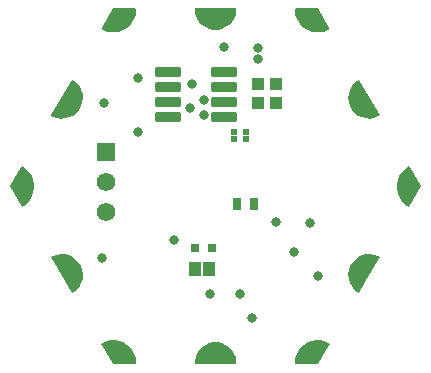
<source format=gts>
G04*
G04 #@! TF.GenerationSoftware,Altium Limited,Altium Designer,25.8.1 (18)*
G04*
G04 Layer_Color=8388736*
%FSLAX44Y44*%
%MOMM*%
G71*
G04*
G04 #@! TF.SameCoordinates,72622D7D-59BA-477E-922F-BDBC8D2A5B01*
G04*
G04*
G04 #@! TF.FilePolarity,Negative*
G04*
G01*
G75*
%ADD24R,0.8000X0.8000*%
%ADD27R,0.7400X0.9900*%
G04:AMPARAMS|DCode=28|XSize=2.234mm|YSize=0.784mm|CornerRadius=0.1455mm|HoleSize=0mm|Usage=FLASHONLY|Rotation=0.000|XOffset=0mm|YOffset=0mm|HoleType=Round|Shape=RoundedRectangle|*
%AMROUNDEDRECTD28*
21,1,2.2340,0.4930,0,0,0.0*
21,1,1.9430,0.7840,0,0,0.0*
1,1,0.2910,0.9715,-0.2465*
1,1,0.2910,-0.9715,-0.2465*
1,1,0.2910,-0.9715,0.2465*
1,1,0.2910,0.9715,0.2465*
%
%ADD28ROUNDEDRECTD28*%
G04:AMPARAMS|DCode=29|XSize=1.2032mm|YSize=1.2032mm|CornerRadius=0.6016mm|HoleSize=0mm|Usage=FLASHONLY|Rotation=120.000|XOffset=0mm|YOffset=0mm|HoleType=Round|Shape=RoundedRectangle|*
%AMROUNDEDRECTD29*
21,1,1.2032,0.0000,0,0,120.0*
21,1,0.0000,1.2032,0,0,120.0*
1,1,1.2032,0.0000,0.0000*
1,1,1.2032,0.0000,0.0000*
1,1,1.2032,0.0000,0.0000*
1,1,1.2032,0.0000,0.0000*
%
%ADD29ROUNDEDRECTD29*%
G04:AMPARAMS|DCode=30|XSize=1.2032mm|YSize=1.2032mm|CornerRadius=0.6016mm|HoleSize=0mm|Usage=FLASHONLY|Rotation=0.000|XOffset=0mm|YOffset=0mm|HoleType=Round|Shape=RoundedRectangle|*
%AMROUNDEDRECTD30*
21,1,1.2032,0.0000,0,0,0.0*
21,1,0.0000,1.2032,0,0,0.0*
1,1,1.2032,0.0000,0.0000*
1,1,1.2032,0.0000,0.0000*
1,1,1.2032,0.0000,0.0000*
1,1,1.2032,0.0000,0.0000*
%
%ADD30ROUNDEDRECTD30*%
G04:AMPARAMS|DCode=31|XSize=1.2032mm|YSize=1.2032mm|CornerRadius=0.6016mm|HoleSize=0mm|Usage=FLASHONLY|Rotation=60.000|XOffset=0mm|YOffset=0mm|HoleType=Round|Shape=RoundedRectangle|*
%AMROUNDEDRECTD31*
21,1,1.2032,0.0000,0,0,60.0*
21,1,0.0000,1.2032,0,0,60.0*
1,1,1.2032,0.0000,0.0000*
1,1,1.2032,0.0000,0.0000*
1,1,1.2032,0.0000,0.0000*
1,1,1.2032,0.0000,0.0000*
%
%ADD31ROUNDEDRECTD31*%
%ADD32R,1.1332X1.0732*%
%ADD33R,0.6032X0.5832*%
%ADD34R,1.0032X1.1532*%
%ADD35C,1.5700*%
%ADD36R,1.5700X1.5700*%
%ADD37C,0.8128*%
G36*
X17444Y150500D02*
X17493D01*
X17544Y148745D01*
X16945Y145287D01*
X15672Y142015D01*
X13774Y139062D01*
X11327Y136544D01*
X8429Y134563D01*
X5196Y133196D01*
X1755Y132499D01*
X-1755D01*
X-5196Y133196D01*
X-8429Y134563D01*
X-11327Y136544D01*
X-13774Y139062D01*
X-15672Y142015D01*
X-16945Y145287D01*
X-16950Y145316D01*
X-16954Y145326D01*
X-17554Y148781D01*
X-17505Y150534D01*
X17443Y150557D01*
X17444Y150500D01*
D02*
G37*
G36*
X86890Y150530D02*
X96320Y134242D01*
X96269Y134211D01*
X96781Y133322D01*
X96738Y133295D01*
X96781Y133221D01*
X96781D01*
X95288Y132310D01*
X92025Y131047D01*
X88590Y130385D01*
X85091Y130344D01*
X81642Y130926D01*
X78350Y132112D01*
X75323Y133865D01*
X72655Y136128D01*
X70432Y138830D01*
X68725Y141884D01*
X67589Y145193D01*
X67059Y148651D01*
X67061Y148737D01*
X67059Y148751D01*
X67106Y150500D01*
X68068D01*
X68069Y150553D01*
Y150553D01*
X86890Y150530D01*
D02*
G37*
G36*
X-68068Y150500D02*
X-67106D01*
X-67059Y148751D01*
X-67062Y148736D01*
X-67059Y148651D01*
X-67589Y145193D01*
X-68726Y141884D01*
X-70432Y138830D01*
X-72655Y136128D01*
X-75323Y133865D01*
X-78351Y132112D01*
X-81642Y130926D01*
X-85092Y130344D01*
X-88590Y130385D01*
X-92025Y131047D01*
X-95288Y132310D01*
X-96781Y133221D01*
X-96739Y133295D01*
X-96781Y133322D01*
X-96269Y134211D01*
X-96320Y134242D01*
Y134242D01*
X-86890Y150530D01*
X-68069Y150553D01*
X-68068Y150500D01*
D02*
G37*
G36*
X139080Y60123D02*
X139037Y60097D01*
X139079Y60023D01*
X137587Y59102D01*
X134297Y57890D01*
X130831Y57355D01*
X127328Y57520D01*
X123928Y58377D01*
X120765Y59892D01*
X117967Y62004D01*
X115644Y64631D01*
X113888Y67667D01*
X112771Y70991D01*
X112336Y74470D01*
X112340Y74534D01*
X112336Y74570D01*
X112600Y78067D01*
X113554Y81442D01*
X115159Y84559D01*
X117351Y87296D01*
X120043Y89544D01*
X121586Y90378D01*
X139080Y60123D01*
D02*
G37*
G36*
X-120043Y89544D02*
X-117351Y87296D01*
X-115159Y84559D01*
X-113554Y81442D01*
X-112600Y78067D01*
X-112336Y74570D01*
X-112341Y74532D01*
X-112336Y74470D01*
X-112771Y70991D01*
X-113889Y67667D01*
X-114774Y66135D01*
X-115661Y64596D01*
X-117981Y61967D01*
X-120777Y59850D01*
X-123938Y58331D01*
X-127337Y57470D01*
X-130839Y57301D01*
X-134306Y57831D01*
X-137598Y59038D01*
X-139091Y59957D01*
X-139091D01*
X-139060Y60011D01*
X-139080Y60023D01*
X-139037Y60097D01*
X-139080Y60123D01*
X-139080D01*
X-121586Y90378D01*
X-120043Y89544D01*
D02*
G37*
G36*
X-162348Y16241D02*
X-159615Y14045D01*
X-157316Y11399D01*
X-155525Y8386D01*
X-154298Y5102D01*
X-153674Y1653D01*
Y-1853D01*
X-154298Y-5303D01*
X-155525Y-8586D01*
X-157316Y-11599D01*
X-159615Y-14246D01*
X-162348Y-16441D01*
X-163888Y-17278D01*
X-173778Y-100D01*
X-173749Y-50D01*
X-173778Y0D01*
X-164387Y16310D01*
X-164343Y16287D01*
X-163888Y17078D01*
X-162348Y16241D01*
D02*
G37*
G36*
X164343Y16287D02*
X164387Y16310D01*
X164387D01*
X173778Y0D01*
X173748Y-50D01*
X173777Y-100D01*
X163887Y-17278D01*
X162347Y-16441D01*
X159614Y-14246D01*
X157316Y-11599D01*
X155524Y-8586D01*
X154297Y-5303D01*
X153674Y-1853D01*
Y1653D01*
X154297Y5102D01*
X155524Y8386D01*
X157316Y11399D01*
X159614Y14045D01*
X162347Y16241D01*
X163887Y17078D01*
X163887D01*
X164343Y16287D01*
D02*
G37*
G36*
X-127329Y-57620D02*
X-123928Y-58477D01*
X-120766Y-59992D01*
X-117967Y-62105D01*
X-115644Y-64731D01*
X-113888Y-67767D01*
X-112771Y-71091D01*
X-112336Y-74571D01*
X-112340Y-74634D01*
X-112336Y-74671D01*
X-112600Y-78168D01*
X-113554Y-81542D01*
X-115159Y-84660D01*
X-117351Y-87397D01*
X-120043Y-89644D01*
X-121586Y-90478D01*
X-121586Y-90478D01*
X-139080Y-60223D01*
X-139037Y-60197D01*
X-139080Y-60123D01*
X-139080Y-60123D01*
D01*
X-139080D01*
X-137587Y-59202D01*
X-134297Y-57990D01*
X-130831Y-57456D01*
X-127329Y-57620D01*
D02*
G37*
G36*
X139091Y-60158D02*
D01*
Y-60158D01*
Y-60158D01*
D02*
G37*
G36*
X139079Y-60223D02*
D01*
Y-60223D01*
Y-60223D01*
D02*
G37*
G36*
X134297Y-57990D02*
X137587Y-59202D01*
X139080Y-60123D01*
X139068Y-60143D01*
X139091Y-60158D01*
X139060Y-60211D01*
X139079Y-60223D01*
X130346Y-75327D01*
X121637Y-90435D01*
X121616Y-90424D01*
X121585Y-90478D01*
X120043Y-89644D01*
X117351Y-87397D01*
X115159Y-84660D01*
X113554Y-81542D01*
X112600Y-78168D01*
X112336Y-74671D01*
X112340Y-74632D01*
X112336Y-74571D01*
X112771Y-71091D01*
X113888Y-67767D01*
X115644Y-64731D01*
X117967Y-62105D01*
X120765Y-59992D01*
X123928Y-58477D01*
X127328Y-57620D01*
X130831Y-57456D01*
X134297Y-57990D01*
D02*
G37*
G36*
X-81642Y-131026D02*
X-78351Y-132213D01*
X-75323Y-133965D01*
X-72655Y-136229D01*
X-70432Y-138930D01*
X-68726Y-141984D01*
X-67589Y-145293D01*
X-67059Y-148751D01*
X-67106Y-150500D01*
X-68068D01*
X-68069Y-150553D01*
X-86890Y-150530D01*
X-96320Y-134242D01*
X-96269Y-134211D01*
X-96781Y-133322D01*
D01*
Y-133322D01*
Y-133322D01*
X-95288Y-132410D01*
X-92025Y-131147D01*
X-88590Y-130485D01*
X-85092Y-130444D01*
X-81642Y-131026D01*
D02*
G37*
G36*
X5210Y-132777D02*
X8441Y-134140D01*
X11337Y-136117D01*
X13782Y-138631D01*
X15680Y-141579D01*
X16954Y-144846D01*
X17554Y-148301D01*
X17542Y-148737D01*
X17544Y-148746D01*
X17493Y-150500D01*
X-17493D01*
X-17544Y-148746D01*
X-17491Y-148440D01*
X-17494Y-148324D01*
X-16899Y-144869D01*
X-15629Y-141600D01*
X-13735Y-138649D01*
X-11293Y-136132D01*
X-8399Y-134151D01*
X-5170Y-132784D01*
X-1734Y-132085D01*
X1773Y-132083D01*
X5210Y-132777D01*
D02*
G37*
G36*
X88590Y-130485D02*
X92025Y-131147D01*
X95288Y-132410D01*
X96781Y-133322D01*
X96781Y-133322D01*
X96269Y-134211D01*
X96320Y-134242D01*
X86890Y-150530D01*
X68069Y-150553D01*
X68068Y-150500D01*
X67106D01*
X67059Y-148751D01*
X67589Y-145293D01*
X68726Y-141984D01*
X70432Y-138930D01*
X72655Y-136229D01*
X75323Y-133965D01*
X78351Y-132213D01*
X81642Y-131026D01*
X85092Y-130444D01*
X88590Y-130485D01*
D02*
G37*
D24*
X-2660Y-52070D02*
D03*
X-17660D02*
D03*
D27*
X32400Y-15240D02*
D03*
X18400D02*
D03*
D28*
X7160Y58420D02*
D03*
Y71120D02*
D03*
X-40640Y58420D02*
D03*
Y71120D02*
D03*
X7160Y96520D02*
D03*
Y83820D02*
D03*
X-40640Y96520D02*
D03*
Y83820D02*
D03*
D29*
X-123901Y71401D02*
D03*
X123901Y-71601D02*
D03*
X82601Y-143101D02*
D03*
X-82601Y143101D02*
D03*
D30*
X123901Y71501D02*
D03*
X-123901Y-71501D02*
D03*
X165199Y0D02*
D03*
X-165199D02*
D03*
D31*
X0Y143101D02*
D03*
Y-142621D02*
D03*
X82601Y143101D02*
D03*
X-82601Y-143101D02*
D03*
D32*
X35560Y70760D02*
D03*
X50800D02*
D03*
X35560Y86360D02*
D03*
X50800D02*
D03*
D33*
X15240Y40100D02*
D03*
X25400D02*
D03*
X15240Y45720D02*
D03*
X25400D02*
D03*
D34*
X-5180Y-69850D02*
D03*
X-17680D02*
D03*
D35*
X-93003Y-21698D02*
D03*
Y3702D02*
D03*
D36*
Y29102D02*
D03*
D37*
X-66040Y45720D02*
D03*
X-9504Y60556D02*
D03*
X-21188Y66040D02*
D03*
X-10160Y72644D02*
D03*
X50800Y-30480D02*
D03*
X-94794Y70104D02*
D03*
X80264Y-31110D02*
D03*
X7565Y117602D02*
D03*
X-20320Y86360D02*
D03*
X-96520Y-60960D02*
D03*
X30480Y-111760D02*
D03*
X86360Y-76200D02*
D03*
X-35560Y-45720D02*
D03*
X35560Y116840D02*
D03*
X-66040Y91440D02*
D03*
X35560Y108056D02*
D03*
X66040Y-55880D02*
D03*
X20320Y-91440D02*
D03*
X-5080D02*
D03*
M02*

</source>
